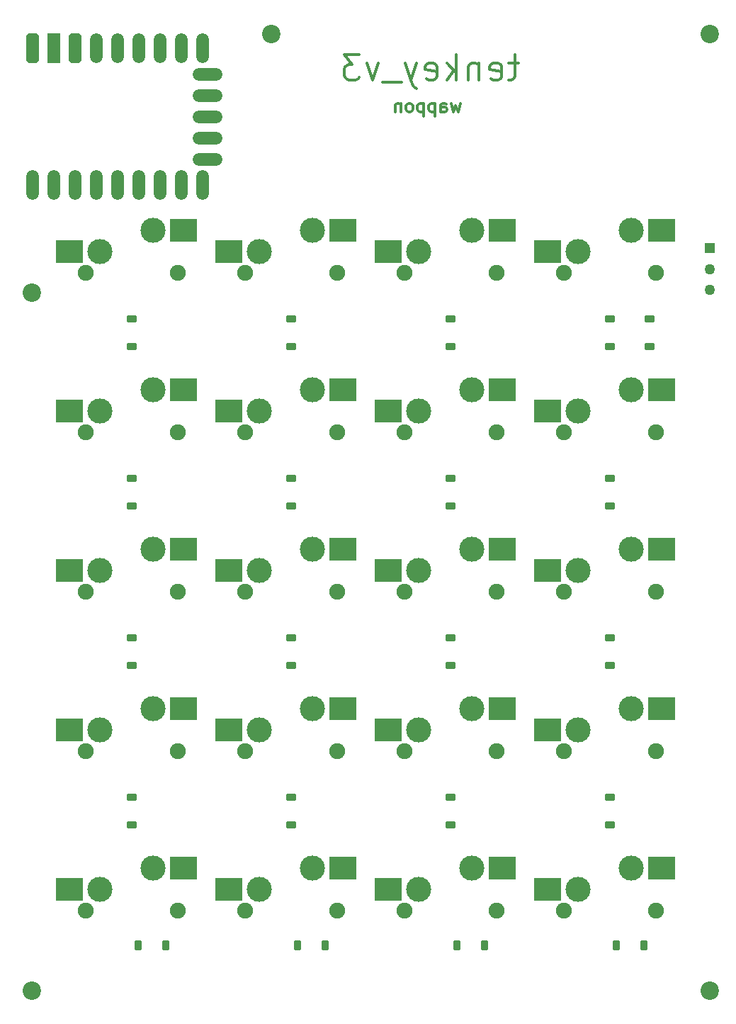
<source format=gbr>
%TF.GenerationSoftware,KiCad,Pcbnew,9.0.3*%
%TF.CreationDate,2025-08-11T00:10:58+09:00*%
%TF.ProjectId,tenkey_v3,74656e6b-6579-45f7-9633-2e6b69636164,rev?*%
%TF.SameCoordinates,Original*%
%TF.FileFunction,Soldermask,Bot*%
%TF.FilePolarity,Negative*%
%FSLAX46Y46*%
G04 Gerber Fmt 4.6, Leading zero omitted, Abs format (unit mm)*
G04 Created by KiCad (PCBNEW 9.0.3) date 2025-08-11 00:10:58*
%MOMM*%
%LPD*%
G01*
G04 APERTURE LIST*
G04 Aperture macros list*
%AMRoundRect*
0 Rectangle with rounded corners*
0 $1 Rounding radius*
0 $2 $3 $4 $5 $6 $7 $8 $9 X,Y pos of 4 corners*
0 Add a 4 corners polygon primitive as box body*
4,1,4,$2,$3,$4,$5,$6,$7,$8,$9,$2,$3,0*
0 Add four circle primitives for the rounded corners*
1,1,$1+$1,$2,$3*
1,1,$1+$1,$4,$5*
1,1,$1+$1,$6,$7*
1,1,$1+$1,$8,$9*
0 Add four rect primitives between the rounded corners*
20,1,$1+$1,$2,$3,$4,$5,0*
20,1,$1+$1,$4,$5,$6,$7,0*
20,1,$1+$1,$6,$7,$8,$9,0*
20,1,$1+$1,$8,$9,$2,$3,0*%
%AMOutline5P*
0 Free polygon, 5 corners , with rotation*
0 The origin of the aperture is its center*
0 number of corners: always 5*
0 $1 to $10 corner X, Y*
0 $11 Rotation angle, in degrees counterclockwise*
0 create outline with 5 corners*
4,1,5,$1,$2,$3,$4,$5,$6,$7,$8,$9,$10,$1,$2,$11*%
%AMOutline6P*
0 Free polygon, 6 corners , with rotation*
0 The origin of the aperture is its center*
0 number of corners: always 6*
0 $1 to $12 corner X, Y*
0 $13 Rotation angle, in degrees counterclockwise*
0 create outline with 6 corners*
4,1,6,$1,$2,$3,$4,$5,$6,$7,$8,$9,$10,$11,$12,$1,$2,$13*%
%AMOutline7P*
0 Free polygon, 7 corners , with rotation*
0 The origin of the aperture is its center*
0 number of corners: always 7*
0 $1 to $14 corner X, Y*
0 $15 Rotation angle, in degrees counterclockwise*
0 create outline with 7 corners*
4,1,7,$1,$2,$3,$4,$5,$6,$7,$8,$9,$10,$11,$12,$13,$14,$1,$2,$15*%
%AMOutline8P*
0 Free polygon, 8 corners , with rotation*
0 The origin of the aperture is its center*
0 number of corners: always 8*
0 $1 to $16 corner X, Y*
0 $17 Rotation angle, in degrees counterclockwise*
0 create outline with 8 corners*
4,1,8,$1,$2,$3,$4,$5,$6,$7,$8,$9,$10,$11,$12,$13,$14,$15,$16,$1,$2,$17*%
G04 Aperture macros list end*
%ADD10C,0.300000*%
%ADD11C,1.900000*%
%ADD12C,3.000000*%
%ADD13R,3.200000X2.780000*%
%ADD14C,2.200000*%
%ADD15RoundRect,0.225000X0.375000X-0.225000X0.375000X0.225000X-0.375000X0.225000X-0.375000X-0.225000X0*%
%ADD16RoundRect,0.225000X-0.225000X-0.375000X0.225000X-0.375000X0.225000X0.375000X-0.225000X0.375000X0*%
%ADD17R,1.270000X1.270000*%
%ADD18C,1.270000*%
%ADD19O,1.500000X3.600000*%
%ADD20O,3.600000X1.500000*%
%ADD21Outline8P,-1.800000X0.450000X-1.500000X0.750000X1.500000X0.750000X1.800000X0.450000X1.800000X-0.450000X1.500000X-0.750000X-1.500000X-0.750000X-1.800000X-0.450000X270.000000*%
%ADD22R,1.500000X3.600000*%
G04 APERTURE END LIST*
D10*
X153588346Y-46425828D02*
X153302632Y-47425828D01*
X153302632Y-47425828D02*
X153016917Y-46711542D01*
X153016917Y-46711542D02*
X152731203Y-47425828D01*
X152731203Y-47425828D02*
X152445489Y-46425828D01*
X151231203Y-47425828D02*
X151231203Y-46640114D01*
X151231203Y-46640114D02*
X151302631Y-46497257D01*
X151302631Y-46497257D02*
X151445488Y-46425828D01*
X151445488Y-46425828D02*
X151731203Y-46425828D01*
X151731203Y-46425828D02*
X151874060Y-46497257D01*
X151231203Y-47354400D02*
X151374060Y-47425828D01*
X151374060Y-47425828D02*
X151731203Y-47425828D01*
X151731203Y-47425828D02*
X151874060Y-47354400D01*
X151874060Y-47354400D02*
X151945488Y-47211542D01*
X151945488Y-47211542D02*
X151945488Y-47068685D01*
X151945488Y-47068685D02*
X151874060Y-46925828D01*
X151874060Y-46925828D02*
X151731203Y-46854400D01*
X151731203Y-46854400D02*
X151374060Y-46854400D01*
X151374060Y-46854400D02*
X151231203Y-46782971D01*
X150516917Y-46425828D02*
X150516917Y-47925828D01*
X150516917Y-46497257D02*
X150374060Y-46425828D01*
X150374060Y-46425828D02*
X150088345Y-46425828D01*
X150088345Y-46425828D02*
X149945488Y-46497257D01*
X149945488Y-46497257D02*
X149874060Y-46568685D01*
X149874060Y-46568685D02*
X149802631Y-46711542D01*
X149802631Y-46711542D02*
X149802631Y-47140114D01*
X149802631Y-47140114D02*
X149874060Y-47282971D01*
X149874060Y-47282971D02*
X149945488Y-47354400D01*
X149945488Y-47354400D02*
X150088345Y-47425828D01*
X150088345Y-47425828D02*
X150374060Y-47425828D01*
X150374060Y-47425828D02*
X150516917Y-47354400D01*
X149159774Y-46425828D02*
X149159774Y-47925828D01*
X149159774Y-46497257D02*
X149016917Y-46425828D01*
X149016917Y-46425828D02*
X148731202Y-46425828D01*
X148731202Y-46425828D02*
X148588345Y-46497257D01*
X148588345Y-46497257D02*
X148516917Y-46568685D01*
X148516917Y-46568685D02*
X148445488Y-46711542D01*
X148445488Y-46711542D02*
X148445488Y-47140114D01*
X148445488Y-47140114D02*
X148516917Y-47282971D01*
X148516917Y-47282971D02*
X148588345Y-47354400D01*
X148588345Y-47354400D02*
X148731202Y-47425828D01*
X148731202Y-47425828D02*
X149016917Y-47425828D01*
X149016917Y-47425828D02*
X149159774Y-47354400D01*
X147588345Y-47425828D02*
X147731202Y-47354400D01*
X147731202Y-47354400D02*
X147802631Y-47282971D01*
X147802631Y-47282971D02*
X147874059Y-47140114D01*
X147874059Y-47140114D02*
X147874059Y-46711542D01*
X147874059Y-46711542D02*
X147802631Y-46568685D01*
X147802631Y-46568685D02*
X147731202Y-46497257D01*
X147731202Y-46497257D02*
X147588345Y-46425828D01*
X147588345Y-46425828D02*
X147374059Y-46425828D01*
X147374059Y-46425828D02*
X147231202Y-46497257D01*
X147231202Y-46497257D02*
X147159774Y-46568685D01*
X147159774Y-46568685D02*
X147088345Y-46711542D01*
X147088345Y-46711542D02*
X147088345Y-47140114D01*
X147088345Y-47140114D02*
X147159774Y-47282971D01*
X147159774Y-47282971D02*
X147231202Y-47354400D01*
X147231202Y-47354400D02*
X147374059Y-47425828D01*
X147374059Y-47425828D02*
X147588345Y-47425828D01*
X146445488Y-46425828D02*
X146445488Y-47425828D01*
X146445488Y-46568685D02*
X146374059Y-46497257D01*
X146374059Y-46497257D02*
X146231202Y-46425828D01*
X146231202Y-46425828D02*
X146016916Y-46425828D01*
X146016916Y-46425828D02*
X145874059Y-46497257D01*
X145874059Y-46497257D02*
X145802631Y-46640114D01*
X145802631Y-46640114D02*
X145802631Y-47425828D01*
X160516917Y-41617257D02*
X159374060Y-41617257D01*
X160088346Y-40617257D02*
X160088346Y-43188685D01*
X160088346Y-43188685D02*
X159945489Y-43474400D01*
X159945489Y-43474400D02*
X159659774Y-43617257D01*
X159659774Y-43617257D02*
X159374060Y-43617257D01*
X157231203Y-43474400D02*
X157516917Y-43617257D01*
X157516917Y-43617257D02*
X158088346Y-43617257D01*
X158088346Y-43617257D02*
X158374060Y-43474400D01*
X158374060Y-43474400D02*
X158516917Y-43188685D01*
X158516917Y-43188685D02*
X158516917Y-42045828D01*
X158516917Y-42045828D02*
X158374060Y-41760114D01*
X158374060Y-41760114D02*
X158088346Y-41617257D01*
X158088346Y-41617257D02*
X157516917Y-41617257D01*
X157516917Y-41617257D02*
X157231203Y-41760114D01*
X157231203Y-41760114D02*
X157088346Y-42045828D01*
X157088346Y-42045828D02*
X157088346Y-42331542D01*
X157088346Y-42331542D02*
X158516917Y-42617257D01*
X155802631Y-41617257D02*
X155802631Y-43617257D01*
X155802631Y-41902971D02*
X155659774Y-41760114D01*
X155659774Y-41760114D02*
X155374059Y-41617257D01*
X155374059Y-41617257D02*
X154945488Y-41617257D01*
X154945488Y-41617257D02*
X154659774Y-41760114D01*
X154659774Y-41760114D02*
X154516917Y-42045828D01*
X154516917Y-42045828D02*
X154516917Y-43617257D01*
X153088345Y-43617257D02*
X153088345Y-40617257D01*
X152802631Y-42474400D02*
X151945488Y-43617257D01*
X151945488Y-41617257D02*
X153088345Y-42760114D01*
X149516917Y-43474400D02*
X149802631Y-43617257D01*
X149802631Y-43617257D02*
X150374060Y-43617257D01*
X150374060Y-43617257D02*
X150659774Y-43474400D01*
X150659774Y-43474400D02*
X150802631Y-43188685D01*
X150802631Y-43188685D02*
X150802631Y-42045828D01*
X150802631Y-42045828D02*
X150659774Y-41760114D01*
X150659774Y-41760114D02*
X150374060Y-41617257D01*
X150374060Y-41617257D02*
X149802631Y-41617257D01*
X149802631Y-41617257D02*
X149516917Y-41760114D01*
X149516917Y-41760114D02*
X149374060Y-42045828D01*
X149374060Y-42045828D02*
X149374060Y-42331542D01*
X149374060Y-42331542D02*
X150802631Y-42617257D01*
X148374059Y-41617257D02*
X147659773Y-43617257D01*
X146945488Y-41617257D02*
X147659773Y-43617257D01*
X147659773Y-43617257D02*
X147945488Y-44331542D01*
X147945488Y-44331542D02*
X148088345Y-44474400D01*
X148088345Y-44474400D02*
X148374059Y-44617257D01*
X146516917Y-43902971D02*
X144231202Y-43902971D01*
X143802631Y-41617257D02*
X143088345Y-43617257D01*
X143088345Y-43617257D02*
X142374060Y-41617257D01*
X141516917Y-40617257D02*
X139659774Y-40617257D01*
X139659774Y-40617257D02*
X140659774Y-41760114D01*
X140659774Y-41760114D02*
X140231203Y-41760114D01*
X140231203Y-41760114D02*
X139945489Y-41902971D01*
X139945489Y-41902971D02*
X139802631Y-42045828D01*
X139802631Y-42045828D02*
X139659774Y-42331542D01*
X139659774Y-42331542D02*
X139659774Y-43045828D01*
X139659774Y-43045828D02*
X139802631Y-43331542D01*
X139802631Y-43331542D02*
X139945489Y-43474400D01*
X139945489Y-43474400D02*
X140231203Y-43617257D01*
X140231203Y-43617257D02*
X141088346Y-43617257D01*
X141088346Y-43617257D02*
X141374060Y-43474400D01*
X141374060Y-43474400D02*
X141516917Y-43331542D01*
D11*
%TO.C,SW19*%
X165950000Y-123825000D03*
D12*
X167640000Y-121285000D03*
X173990000Y-118745000D03*
D11*
X176950000Y-123825000D03*
D13*
X163987000Y-121285000D03*
X177670000Y-118745000D03*
%TD*%
D14*
%TO.C,Ref\u002A\u002A*%
X102393750Y-152400000D03*
%TD*%
D11*
%TO.C,SW13*%
X146900000Y-104775000D03*
D12*
X148590000Y-102235000D03*
X154940000Y-99695000D03*
D11*
X157900000Y-104775000D03*
D13*
X144937000Y-102235000D03*
X158620000Y-99695000D03*
%TD*%
D14*
%TO.C,Ref\u002A\u002A*%
X102393750Y-69056250D03*
%TD*%
D11*
%TO.C,SW15*%
X146900000Y-142875000D03*
D12*
X148590000Y-140335000D03*
X154940000Y-137795000D03*
D11*
X157900000Y-142875000D03*
D13*
X144937000Y-140335000D03*
X158620000Y-137795000D03*
%TD*%
D11*
%TO.C,SW18*%
X165950000Y-104775000D03*
D12*
X167640000Y-102235000D03*
X173990000Y-99695000D03*
D11*
X176950000Y-104775000D03*
D13*
X163987000Y-102235000D03*
X177670000Y-99695000D03*
%TD*%
D11*
%TO.C,SW16*%
X165950000Y-66675000D03*
D12*
X167640000Y-64135000D03*
X173990000Y-61595000D03*
D11*
X176950000Y-66675000D03*
D13*
X163987000Y-64135000D03*
X177670000Y-61595000D03*
%TD*%
D14*
%TO.C,Ref\u002A\u002A*%
X183356250Y-152400000D03*
%TD*%
D11*
%TO.C,SW3*%
X108800000Y-104775000D03*
D12*
X110490000Y-102235000D03*
X116840000Y-99695000D03*
D11*
X119800000Y-104775000D03*
D13*
X106837000Y-102235000D03*
X120520000Y-99695000D03*
%TD*%
D14*
%TO.C,Ref\u002A\u002A*%
X183356250Y-38100000D03*
%TD*%
D11*
%TO.C,SW7*%
X127850000Y-85725000D03*
D12*
X129540000Y-83185000D03*
X135890000Y-80645000D03*
D11*
X138850000Y-85725000D03*
D13*
X125887000Y-83185000D03*
X139570000Y-80645000D03*
%TD*%
D11*
%TO.C,SW11*%
X146900000Y-66675000D03*
D12*
X148590000Y-64135000D03*
X154940000Y-61595000D03*
D11*
X157900000Y-66675000D03*
D13*
X144937000Y-64135000D03*
X158620000Y-61595000D03*
%TD*%
D11*
%TO.C,SW2*%
X108800000Y-85725000D03*
D12*
X110490000Y-83185000D03*
X116840000Y-80645000D03*
D11*
X119800000Y-85725000D03*
D13*
X106837000Y-83185000D03*
X120520000Y-80645000D03*
%TD*%
D11*
%TO.C,SW12*%
X146900000Y-85725000D03*
D12*
X148590000Y-83185000D03*
X154940000Y-80645000D03*
D11*
X157900000Y-85725000D03*
D13*
X144937000Y-83185000D03*
X158620000Y-80645000D03*
%TD*%
D11*
%TO.C,SW4*%
X108800000Y-123825000D03*
D12*
X110490000Y-121285000D03*
X116840000Y-118745000D03*
D11*
X119800000Y-123825000D03*
D13*
X106837000Y-121285000D03*
X120520000Y-118745000D03*
%TD*%
D11*
%TO.C,SW17*%
X165950000Y-85725000D03*
D12*
X167640000Y-83185000D03*
X173990000Y-80645000D03*
D11*
X176950000Y-85725000D03*
D13*
X163987000Y-83185000D03*
X177670000Y-80645000D03*
%TD*%
D11*
%TO.C,SW5*%
X108800000Y-142875000D03*
D12*
X110490000Y-140335000D03*
X116840000Y-137795000D03*
D11*
X119800000Y-142875000D03*
D13*
X106837000Y-140335000D03*
X120520000Y-137795000D03*
%TD*%
D11*
%TO.C,SW6*%
X127850000Y-66675000D03*
D12*
X129540000Y-64135000D03*
X135890000Y-61595000D03*
D11*
X138850000Y-66675000D03*
D13*
X125887000Y-64135000D03*
X139570000Y-61595000D03*
%TD*%
D11*
%TO.C,SW1*%
X108800000Y-66675000D03*
D12*
X110490000Y-64135000D03*
X116840000Y-61595000D03*
D11*
X119800000Y-66675000D03*
D13*
X106837000Y-64135000D03*
X120520000Y-61595000D03*
%TD*%
D11*
%TO.C,SW20*%
X165950000Y-142875000D03*
D12*
X167640000Y-140335000D03*
X173990000Y-137795000D03*
D11*
X176950000Y-142875000D03*
D13*
X163987000Y-140335000D03*
X177670000Y-137795000D03*
%TD*%
D11*
%TO.C,SW9*%
X127850000Y-123825000D03*
D12*
X129540000Y-121285000D03*
X135890000Y-118745000D03*
D11*
X138850000Y-123825000D03*
D13*
X125887000Y-121285000D03*
X139570000Y-118745000D03*
%TD*%
D11*
%TO.C,SW10*%
X127850000Y-142875000D03*
D12*
X129540000Y-140335000D03*
X135890000Y-137795000D03*
D11*
X138850000Y-142875000D03*
D13*
X125887000Y-140335000D03*
X139570000Y-137795000D03*
%TD*%
D14*
%TO.C,Ref\u002A\u002A*%
X130968750Y-38100000D03*
%TD*%
D11*
%TO.C,SW14*%
X146900000Y-123825000D03*
D12*
X148590000Y-121285000D03*
X154940000Y-118745000D03*
D11*
X157900000Y-123825000D03*
D13*
X144937000Y-121285000D03*
X158620000Y-118745000D03*
%TD*%
D11*
%TO.C,SW8*%
X127850000Y-104775000D03*
D12*
X129540000Y-102235000D03*
X135890000Y-99695000D03*
D11*
X138850000Y-104775000D03*
D13*
X125887000Y-102235000D03*
X139570000Y-99695000D03*
%TD*%
D15*
%TO.C,D3*%
X114300000Y-113568750D03*
X114300000Y-110268750D03*
%TD*%
D16*
%TO.C,D5*%
X115031250Y-147000000D03*
X118331250Y-147000000D03*
%TD*%
D15*
%TO.C,D7*%
X133350000Y-94518750D03*
X133350000Y-91218750D03*
%TD*%
D16*
%TO.C,D10*%
X134081250Y-147000000D03*
X137381250Y-147000000D03*
%TD*%
D15*
%TO.C,D14*%
X152400000Y-132618750D03*
X152400000Y-129318750D03*
%TD*%
D17*
%TO.C,SW21*%
X183413400Y-63732400D03*
D18*
X183413400Y-66232400D03*
X183413400Y-68732400D03*
%TD*%
D16*
%TO.C,D20*%
X172181250Y-147000000D03*
X175481250Y-147000000D03*
%TD*%
D15*
%TO.C,D9*%
X133350000Y-132618750D03*
X133350000Y-129318750D03*
%TD*%
D19*
%TO.C,U1*%
X102447300Y-56176000D03*
X104987300Y-56176000D03*
X107527300Y-56176000D03*
X110067300Y-56176000D03*
X112607300Y-56176000D03*
X115147300Y-56176000D03*
X117687300Y-56176000D03*
X120227300Y-56176000D03*
X122767300Y-56176000D03*
D20*
X123317300Y-53086000D03*
X123317300Y-50546000D03*
X123317300Y-48006000D03*
X123317300Y-45466000D03*
X123317300Y-42926000D03*
D19*
X122767300Y-39836000D03*
X120227300Y-39836000D03*
X117687300Y-39836000D03*
X115147300Y-39836000D03*
X112607300Y-39836000D03*
X110067300Y-39836000D03*
D21*
X107527300Y-39836000D03*
D22*
X104987300Y-39836000D03*
D21*
X102447300Y-39836000D03*
%TD*%
D15*
%TO.C,D6*%
X133350000Y-75468750D03*
X133350000Y-72168750D03*
%TD*%
%TO.C,D2*%
X114300000Y-94518750D03*
X114300000Y-91218750D03*
%TD*%
D16*
%TO.C,D15*%
X153131250Y-147000000D03*
X156431250Y-147000000D03*
%TD*%
D15*
%TO.C,D16*%
X171450000Y-75468750D03*
X171450000Y-72168750D03*
%TD*%
%TO.C,D12*%
X152400000Y-94518750D03*
X152400000Y-91218750D03*
%TD*%
%TO.C,D13*%
X152400000Y-113568750D03*
X152400000Y-110268750D03*
%TD*%
%TO.C,D8*%
X133350000Y-113568750D03*
X133350000Y-110268750D03*
%TD*%
%TO.C,D17*%
X171450000Y-94518750D03*
X171450000Y-91218750D03*
%TD*%
%TO.C,D11*%
X152400000Y-75468750D03*
X152400000Y-72168750D03*
%TD*%
%TO.C,D21*%
X176212500Y-75468750D03*
X176212500Y-72168750D03*
%TD*%
%TO.C,D18*%
X171450000Y-113568750D03*
X171450000Y-110268750D03*
%TD*%
%TO.C,D1*%
X114300000Y-75468750D03*
X114300000Y-72168750D03*
%TD*%
%TO.C,D4*%
X114300000Y-132618750D03*
X114300000Y-129318750D03*
%TD*%
%TO.C,D19*%
X171450000Y-132618750D03*
X171450000Y-129318750D03*
%TD*%
M02*

</source>
